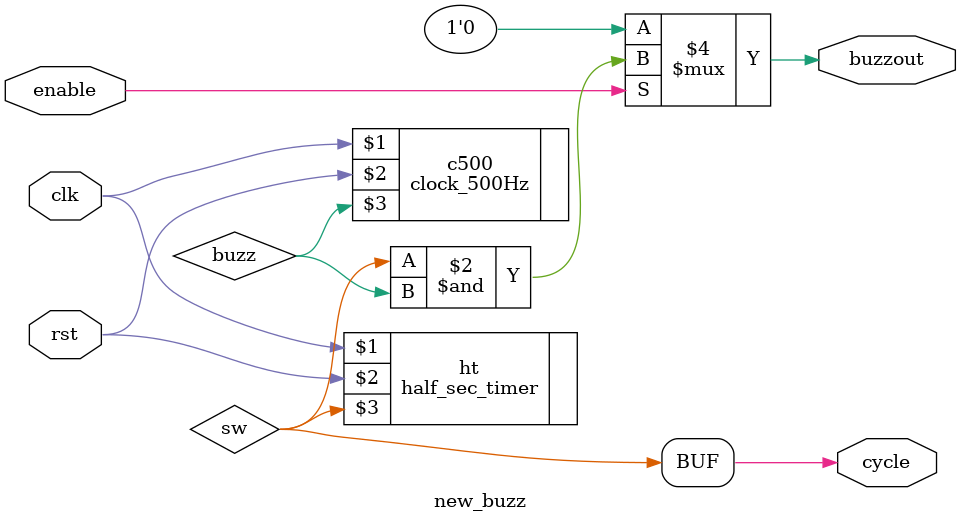
<source format=v>
`timescale 1ns / 1ps


module new_buzz(
input enable,
input rst,
input clk,
output reg buzzout,
output cycle
    );
    wire buzz;
    wire sw;
   assign cycle=sw; 
   clock_500Hz c500(clk,rst,buzz);
   half_sec_timer ht(clk,rst,sw);
   always@(*) 
   begin
       if(enable)
           buzzout = sw & buzz;
       else 
           buzzout = 0;
   end
endmodule

</source>
